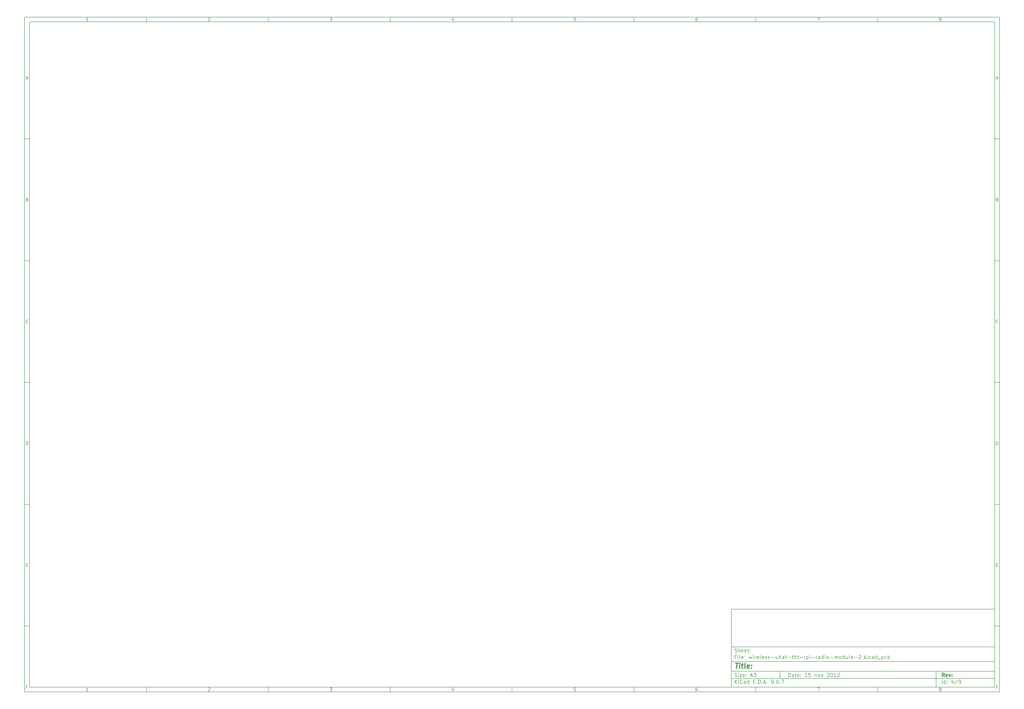
<source format=gbp>
G04 #@! TF.GenerationSoftware,KiCad,Pcbnew,9.0.7*
G04 #@! TF.CreationDate,2026-02-19T07:24:11-06:00*
G04 #@! TF.ProjectId,wireless-uhat-tht-rpi-radio-module-2,77697265-6c65-4737-932d-756861742d74,rev?*
G04 #@! TF.SameCoordinates,Original*
G04 #@! TF.FileFunction,Paste,Bot*
G04 #@! TF.FilePolarity,Positive*
%FSLAX46Y46*%
G04 Gerber Fmt 4.6, Leading zero omitted, Abs format (unit mm)*
G04 Created by KiCad (PCBNEW 9.0.7) date 2026-02-19 07:24:11*
%MOMM*%
%LPD*%
G01*
G04 APERTURE LIST*
%ADD10C,0.100000*%
%ADD11C,0.150000*%
%ADD12C,0.300000*%
%ADD13C,0.400000*%
G04 APERTURE END LIST*
D10*
D11*
X299989000Y-253002200D02*
X407989000Y-253002200D01*
X407989000Y-285002200D01*
X299989000Y-285002200D01*
X299989000Y-253002200D01*
D10*
D11*
X10000000Y-10000000D02*
X409989000Y-10000000D01*
X409989000Y-287002200D01*
X10000000Y-287002200D01*
X10000000Y-10000000D01*
D10*
D11*
X12000000Y-12000000D02*
X407989000Y-12000000D01*
X407989000Y-285002200D01*
X12000000Y-285002200D01*
X12000000Y-12000000D01*
D10*
D11*
X60000000Y-12000000D02*
X60000000Y-10000000D01*
D10*
D11*
X110000000Y-12000000D02*
X110000000Y-10000000D01*
D10*
D11*
X160000000Y-12000000D02*
X160000000Y-10000000D01*
D10*
D11*
X210000000Y-12000000D02*
X210000000Y-10000000D01*
D10*
D11*
X260000000Y-12000000D02*
X260000000Y-10000000D01*
D10*
D11*
X310000000Y-12000000D02*
X310000000Y-10000000D01*
D10*
D11*
X360000000Y-12000000D02*
X360000000Y-10000000D01*
D10*
D11*
X36089160Y-11593604D02*
X35346303Y-11593604D01*
X35717731Y-11593604D02*
X35717731Y-10293604D01*
X35717731Y-10293604D02*
X35593922Y-10479319D01*
X35593922Y-10479319D02*
X35470112Y-10603128D01*
X35470112Y-10603128D02*
X35346303Y-10665033D01*
D10*
D11*
X85346303Y-10417414D02*
X85408207Y-10355509D01*
X85408207Y-10355509D02*
X85532017Y-10293604D01*
X85532017Y-10293604D02*
X85841541Y-10293604D01*
X85841541Y-10293604D02*
X85965350Y-10355509D01*
X85965350Y-10355509D02*
X86027255Y-10417414D01*
X86027255Y-10417414D02*
X86089160Y-10541223D01*
X86089160Y-10541223D02*
X86089160Y-10665033D01*
X86089160Y-10665033D02*
X86027255Y-10850747D01*
X86027255Y-10850747D02*
X85284398Y-11593604D01*
X85284398Y-11593604D02*
X86089160Y-11593604D01*
D10*
D11*
X135284398Y-10293604D02*
X136089160Y-10293604D01*
X136089160Y-10293604D02*
X135655826Y-10788842D01*
X135655826Y-10788842D02*
X135841541Y-10788842D01*
X135841541Y-10788842D02*
X135965350Y-10850747D01*
X135965350Y-10850747D02*
X136027255Y-10912652D01*
X136027255Y-10912652D02*
X136089160Y-11036461D01*
X136089160Y-11036461D02*
X136089160Y-11345985D01*
X136089160Y-11345985D02*
X136027255Y-11469795D01*
X136027255Y-11469795D02*
X135965350Y-11531700D01*
X135965350Y-11531700D02*
X135841541Y-11593604D01*
X135841541Y-11593604D02*
X135470112Y-11593604D01*
X135470112Y-11593604D02*
X135346303Y-11531700D01*
X135346303Y-11531700D02*
X135284398Y-11469795D01*
D10*
D11*
X185965350Y-10726938D02*
X185965350Y-11593604D01*
X185655826Y-10231700D02*
X185346303Y-11160271D01*
X185346303Y-11160271D02*
X186151064Y-11160271D01*
D10*
D11*
X236027255Y-10293604D02*
X235408207Y-10293604D01*
X235408207Y-10293604D02*
X235346303Y-10912652D01*
X235346303Y-10912652D02*
X235408207Y-10850747D01*
X235408207Y-10850747D02*
X235532017Y-10788842D01*
X235532017Y-10788842D02*
X235841541Y-10788842D01*
X235841541Y-10788842D02*
X235965350Y-10850747D01*
X235965350Y-10850747D02*
X236027255Y-10912652D01*
X236027255Y-10912652D02*
X236089160Y-11036461D01*
X236089160Y-11036461D02*
X236089160Y-11345985D01*
X236089160Y-11345985D02*
X236027255Y-11469795D01*
X236027255Y-11469795D02*
X235965350Y-11531700D01*
X235965350Y-11531700D02*
X235841541Y-11593604D01*
X235841541Y-11593604D02*
X235532017Y-11593604D01*
X235532017Y-11593604D02*
X235408207Y-11531700D01*
X235408207Y-11531700D02*
X235346303Y-11469795D01*
D10*
D11*
X285965350Y-10293604D02*
X285717731Y-10293604D01*
X285717731Y-10293604D02*
X285593922Y-10355509D01*
X285593922Y-10355509D02*
X285532017Y-10417414D01*
X285532017Y-10417414D02*
X285408207Y-10603128D01*
X285408207Y-10603128D02*
X285346303Y-10850747D01*
X285346303Y-10850747D02*
X285346303Y-11345985D01*
X285346303Y-11345985D02*
X285408207Y-11469795D01*
X285408207Y-11469795D02*
X285470112Y-11531700D01*
X285470112Y-11531700D02*
X285593922Y-11593604D01*
X285593922Y-11593604D02*
X285841541Y-11593604D01*
X285841541Y-11593604D02*
X285965350Y-11531700D01*
X285965350Y-11531700D02*
X286027255Y-11469795D01*
X286027255Y-11469795D02*
X286089160Y-11345985D01*
X286089160Y-11345985D02*
X286089160Y-11036461D01*
X286089160Y-11036461D02*
X286027255Y-10912652D01*
X286027255Y-10912652D02*
X285965350Y-10850747D01*
X285965350Y-10850747D02*
X285841541Y-10788842D01*
X285841541Y-10788842D02*
X285593922Y-10788842D01*
X285593922Y-10788842D02*
X285470112Y-10850747D01*
X285470112Y-10850747D02*
X285408207Y-10912652D01*
X285408207Y-10912652D02*
X285346303Y-11036461D01*
D10*
D11*
X335284398Y-10293604D02*
X336151064Y-10293604D01*
X336151064Y-10293604D02*
X335593922Y-11593604D01*
D10*
D11*
X385593922Y-10850747D02*
X385470112Y-10788842D01*
X385470112Y-10788842D02*
X385408207Y-10726938D01*
X385408207Y-10726938D02*
X385346303Y-10603128D01*
X385346303Y-10603128D02*
X385346303Y-10541223D01*
X385346303Y-10541223D02*
X385408207Y-10417414D01*
X385408207Y-10417414D02*
X385470112Y-10355509D01*
X385470112Y-10355509D02*
X385593922Y-10293604D01*
X385593922Y-10293604D02*
X385841541Y-10293604D01*
X385841541Y-10293604D02*
X385965350Y-10355509D01*
X385965350Y-10355509D02*
X386027255Y-10417414D01*
X386027255Y-10417414D02*
X386089160Y-10541223D01*
X386089160Y-10541223D02*
X386089160Y-10603128D01*
X386089160Y-10603128D02*
X386027255Y-10726938D01*
X386027255Y-10726938D02*
X385965350Y-10788842D01*
X385965350Y-10788842D02*
X385841541Y-10850747D01*
X385841541Y-10850747D02*
X385593922Y-10850747D01*
X385593922Y-10850747D02*
X385470112Y-10912652D01*
X385470112Y-10912652D02*
X385408207Y-10974557D01*
X385408207Y-10974557D02*
X385346303Y-11098366D01*
X385346303Y-11098366D02*
X385346303Y-11345985D01*
X385346303Y-11345985D02*
X385408207Y-11469795D01*
X385408207Y-11469795D02*
X385470112Y-11531700D01*
X385470112Y-11531700D02*
X385593922Y-11593604D01*
X385593922Y-11593604D02*
X385841541Y-11593604D01*
X385841541Y-11593604D02*
X385965350Y-11531700D01*
X385965350Y-11531700D02*
X386027255Y-11469795D01*
X386027255Y-11469795D02*
X386089160Y-11345985D01*
X386089160Y-11345985D02*
X386089160Y-11098366D01*
X386089160Y-11098366D02*
X386027255Y-10974557D01*
X386027255Y-10974557D02*
X385965350Y-10912652D01*
X385965350Y-10912652D02*
X385841541Y-10850747D01*
D10*
D11*
X60000000Y-285002200D02*
X60000000Y-287002200D01*
D10*
D11*
X110000000Y-285002200D02*
X110000000Y-287002200D01*
D10*
D11*
X160000000Y-285002200D02*
X160000000Y-287002200D01*
D10*
D11*
X210000000Y-285002200D02*
X210000000Y-287002200D01*
D10*
D11*
X260000000Y-285002200D02*
X260000000Y-287002200D01*
D10*
D11*
X310000000Y-285002200D02*
X310000000Y-287002200D01*
D10*
D11*
X360000000Y-285002200D02*
X360000000Y-287002200D01*
D10*
D11*
X36089160Y-286595804D02*
X35346303Y-286595804D01*
X35717731Y-286595804D02*
X35717731Y-285295804D01*
X35717731Y-285295804D02*
X35593922Y-285481519D01*
X35593922Y-285481519D02*
X35470112Y-285605328D01*
X35470112Y-285605328D02*
X35346303Y-285667233D01*
D10*
D11*
X85346303Y-285419614D02*
X85408207Y-285357709D01*
X85408207Y-285357709D02*
X85532017Y-285295804D01*
X85532017Y-285295804D02*
X85841541Y-285295804D01*
X85841541Y-285295804D02*
X85965350Y-285357709D01*
X85965350Y-285357709D02*
X86027255Y-285419614D01*
X86027255Y-285419614D02*
X86089160Y-285543423D01*
X86089160Y-285543423D02*
X86089160Y-285667233D01*
X86089160Y-285667233D02*
X86027255Y-285852947D01*
X86027255Y-285852947D02*
X85284398Y-286595804D01*
X85284398Y-286595804D02*
X86089160Y-286595804D01*
D10*
D11*
X135284398Y-285295804D02*
X136089160Y-285295804D01*
X136089160Y-285295804D02*
X135655826Y-285791042D01*
X135655826Y-285791042D02*
X135841541Y-285791042D01*
X135841541Y-285791042D02*
X135965350Y-285852947D01*
X135965350Y-285852947D02*
X136027255Y-285914852D01*
X136027255Y-285914852D02*
X136089160Y-286038661D01*
X136089160Y-286038661D02*
X136089160Y-286348185D01*
X136089160Y-286348185D02*
X136027255Y-286471995D01*
X136027255Y-286471995D02*
X135965350Y-286533900D01*
X135965350Y-286533900D02*
X135841541Y-286595804D01*
X135841541Y-286595804D02*
X135470112Y-286595804D01*
X135470112Y-286595804D02*
X135346303Y-286533900D01*
X135346303Y-286533900D02*
X135284398Y-286471995D01*
D10*
D11*
X185965350Y-285729138D02*
X185965350Y-286595804D01*
X185655826Y-285233900D02*
X185346303Y-286162471D01*
X185346303Y-286162471D02*
X186151064Y-286162471D01*
D10*
D11*
X236027255Y-285295804D02*
X235408207Y-285295804D01*
X235408207Y-285295804D02*
X235346303Y-285914852D01*
X235346303Y-285914852D02*
X235408207Y-285852947D01*
X235408207Y-285852947D02*
X235532017Y-285791042D01*
X235532017Y-285791042D02*
X235841541Y-285791042D01*
X235841541Y-285791042D02*
X235965350Y-285852947D01*
X235965350Y-285852947D02*
X236027255Y-285914852D01*
X236027255Y-285914852D02*
X236089160Y-286038661D01*
X236089160Y-286038661D02*
X236089160Y-286348185D01*
X236089160Y-286348185D02*
X236027255Y-286471995D01*
X236027255Y-286471995D02*
X235965350Y-286533900D01*
X235965350Y-286533900D02*
X235841541Y-286595804D01*
X235841541Y-286595804D02*
X235532017Y-286595804D01*
X235532017Y-286595804D02*
X235408207Y-286533900D01*
X235408207Y-286533900D02*
X235346303Y-286471995D01*
D10*
D11*
X285965350Y-285295804D02*
X285717731Y-285295804D01*
X285717731Y-285295804D02*
X285593922Y-285357709D01*
X285593922Y-285357709D02*
X285532017Y-285419614D01*
X285532017Y-285419614D02*
X285408207Y-285605328D01*
X285408207Y-285605328D02*
X285346303Y-285852947D01*
X285346303Y-285852947D02*
X285346303Y-286348185D01*
X285346303Y-286348185D02*
X285408207Y-286471995D01*
X285408207Y-286471995D02*
X285470112Y-286533900D01*
X285470112Y-286533900D02*
X285593922Y-286595804D01*
X285593922Y-286595804D02*
X285841541Y-286595804D01*
X285841541Y-286595804D02*
X285965350Y-286533900D01*
X285965350Y-286533900D02*
X286027255Y-286471995D01*
X286027255Y-286471995D02*
X286089160Y-286348185D01*
X286089160Y-286348185D02*
X286089160Y-286038661D01*
X286089160Y-286038661D02*
X286027255Y-285914852D01*
X286027255Y-285914852D02*
X285965350Y-285852947D01*
X285965350Y-285852947D02*
X285841541Y-285791042D01*
X285841541Y-285791042D02*
X285593922Y-285791042D01*
X285593922Y-285791042D02*
X285470112Y-285852947D01*
X285470112Y-285852947D02*
X285408207Y-285914852D01*
X285408207Y-285914852D02*
X285346303Y-286038661D01*
D10*
D11*
X335284398Y-285295804D02*
X336151064Y-285295804D01*
X336151064Y-285295804D02*
X335593922Y-286595804D01*
D10*
D11*
X385593922Y-285852947D02*
X385470112Y-285791042D01*
X385470112Y-285791042D02*
X385408207Y-285729138D01*
X385408207Y-285729138D02*
X385346303Y-285605328D01*
X385346303Y-285605328D02*
X385346303Y-285543423D01*
X385346303Y-285543423D02*
X385408207Y-285419614D01*
X385408207Y-285419614D02*
X385470112Y-285357709D01*
X385470112Y-285357709D02*
X385593922Y-285295804D01*
X385593922Y-285295804D02*
X385841541Y-285295804D01*
X385841541Y-285295804D02*
X385965350Y-285357709D01*
X385965350Y-285357709D02*
X386027255Y-285419614D01*
X386027255Y-285419614D02*
X386089160Y-285543423D01*
X386089160Y-285543423D02*
X386089160Y-285605328D01*
X386089160Y-285605328D02*
X386027255Y-285729138D01*
X386027255Y-285729138D02*
X385965350Y-285791042D01*
X385965350Y-285791042D02*
X385841541Y-285852947D01*
X385841541Y-285852947D02*
X385593922Y-285852947D01*
X385593922Y-285852947D02*
X385470112Y-285914852D01*
X385470112Y-285914852D02*
X385408207Y-285976757D01*
X385408207Y-285976757D02*
X385346303Y-286100566D01*
X385346303Y-286100566D02*
X385346303Y-286348185D01*
X385346303Y-286348185D02*
X385408207Y-286471995D01*
X385408207Y-286471995D02*
X385470112Y-286533900D01*
X385470112Y-286533900D02*
X385593922Y-286595804D01*
X385593922Y-286595804D02*
X385841541Y-286595804D01*
X385841541Y-286595804D02*
X385965350Y-286533900D01*
X385965350Y-286533900D02*
X386027255Y-286471995D01*
X386027255Y-286471995D02*
X386089160Y-286348185D01*
X386089160Y-286348185D02*
X386089160Y-286100566D01*
X386089160Y-286100566D02*
X386027255Y-285976757D01*
X386027255Y-285976757D02*
X385965350Y-285914852D01*
X385965350Y-285914852D02*
X385841541Y-285852947D01*
D10*
D11*
X10000000Y-60000000D02*
X12000000Y-60000000D01*
D10*
D11*
X10000000Y-110000000D02*
X12000000Y-110000000D01*
D10*
D11*
X10000000Y-160000000D02*
X12000000Y-160000000D01*
D10*
D11*
X10000000Y-210000000D02*
X12000000Y-210000000D01*
D10*
D11*
X10000000Y-260000000D02*
X12000000Y-260000000D01*
D10*
D11*
X10690476Y-35222176D02*
X11309523Y-35222176D01*
X10566666Y-35593604D02*
X10999999Y-34293604D01*
X10999999Y-34293604D02*
X11433333Y-35593604D01*
D10*
D11*
X11092857Y-84912652D02*
X11278571Y-84974557D01*
X11278571Y-84974557D02*
X11340476Y-85036461D01*
X11340476Y-85036461D02*
X11402380Y-85160271D01*
X11402380Y-85160271D02*
X11402380Y-85345985D01*
X11402380Y-85345985D02*
X11340476Y-85469795D01*
X11340476Y-85469795D02*
X11278571Y-85531700D01*
X11278571Y-85531700D02*
X11154761Y-85593604D01*
X11154761Y-85593604D02*
X10659523Y-85593604D01*
X10659523Y-85593604D02*
X10659523Y-84293604D01*
X10659523Y-84293604D02*
X11092857Y-84293604D01*
X11092857Y-84293604D02*
X11216666Y-84355509D01*
X11216666Y-84355509D02*
X11278571Y-84417414D01*
X11278571Y-84417414D02*
X11340476Y-84541223D01*
X11340476Y-84541223D02*
X11340476Y-84665033D01*
X11340476Y-84665033D02*
X11278571Y-84788842D01*
X11278571Y-84788842D02*
X11216666Y-84850747D01*
X11216666Y-84850747D02*
X11092857Y-84912652D01*
X11092857Y-84912652D02*
X10659523Y-84912652D01*
D10*
D11*
X11402380Y-135469795D02*
X11340476Y-135531700D01*
X11340476Y-135531700D02*
X11154761Y-135593604D01*
X11154761Y-135593604D02*
X11030952Y-135593604D01*
X11030952Y-135593604D02*
X10845238Y-135531700D01*
X10845238Y-135531700D02*
X10721428Y-135407890D01*
X10721428Y-135407890D02*
X10659523Y-135284080D01*
X10659523Y-135284080D02*
X10597619Y-135036461D01*
X10597619Y-135036461D02*
X10597619Y-134850747D01*
X10597619Y-134850747D02*
X10659523Y-134603128D01*
X10659523Y-134603128D02*
X10721428Y-134479319D01*
X10721428Y-134479319D02*
X10845238Y-134355509D01*
X10845238Y-134355509D02*
X11030952Y-134293604D01*
X11030952Y-134293604D02*
X11154761Y-134293604D01*
X11154761Y-134293604D02*
X11340476Y-134355509D01*
X11340476Y-134355509D02*
X11402380Y-134417414D01*
D10*
D11*
X10659523Y-185593604D02*
X10659523Y-184293604D01*
X10659523Y-184293604D02*
X10969047Y-184293604D01*
X10969047Y-184293604D02*
X11154761Y-184355509D01*
X11154761Y-184355509D02*
X11278571Y-184479319D01*
X11278571Y-184479319D02*
X11340476Y-184603128D01*
X11340476Y-184603128D02*
X11402380Y-184850747D01*
X11402380Y-184850747D02*
X11402380Y-185036461D01*
X11402380Y-185036461D02*
X11340476Y-185284080D01*
X11340476Y-185284080D02*
X11278571Y-185407890D01*
X11278571Y-185407890D02*
X11154761Y-185531700D01*
X11154761Y-185531700D02*
X10969047Y-185593604D01*
X10969047Y-185593604D02*
X10659523Y-185593604D01*
D10*
D11*
X10721428Y-234912652D02*
X11154762Y-234912652D01*
X11340476Y-235593604D02*
X10721428Y-235593604D01*
X10721428Y-235593604D02*
X10721428Y-234293604D01*
X10721428Y-234293604D02*
X11340476Y-234293604D01*
D10*
D11*
X11185714Y-284912652D02*
X10752380Y-284912652D01*
X10752380Y-285593604D02*
X10752380Y-284293604D01*
X10752380Y-284293604D02*
X11371428Y-284293604D01*
D10*
D11*
X409989000Y-60000000D02*
X407989000Y-60000000D01*
D10*
D11*
X409989000Y-110000000D02*
X407989000Y-110000000D01*
D10*
D11*
X409989000Y-160000000D02*
X407989000Y-160000000D01*
D10*
D11*
X409989000Y-210000000D02*
X407989000Y-210000000D01*
D10*
D11*
X409989000Y-260000000D02*
X407989000Y-260000000D01*
D10*
D11*
X408679476Y-35222176D02*
X409298523Y-35222176D01*
X408555666Y-35593604D02*
X408988999Y-34293604D01*
X408988999Y-34293604D02*
X409422333Y-35593604D01*
D10*
D11*
X409081857Y-84912652D02*
X409267571Y-84974557D01*
X409267571Y-84974557D02*
X409329476Y-85036461D01*
X409329476Y-85036461D02*
X409391380Y-85160271D01*
X409391380Y-85160271D02*
X409391380Y-85345985D01*
X409391380Y-85345985D02*
X409329476Y-85469795D01*
X409329476Y-85469795D02*
X409267571Y-85531700D01*
X409267571Y-85531700D02*
X409143761Y-85593604D01*
X409143761Y-85593604D02*
X408648523Y-85593604D01*
X408648523Y-85593604D02*
X408648523Y-84293604D01*
X408648523Y-84293604D02*
X409081857Y-84293604D01*
X409081857Y-84293604D02*
X409205666Y-84355509D01*
X409205666Y-84355509D02*
X409267571Y-84417414D01*
X409267571Y-84417414D02*
X409329476Y-84541223D01*
X409329476Y-84541223D02*
X409329476Y-84665033D01*
X409329476Y-84665033D02*
X409267571Y-84788842D01*
X409267571Y-84788842D02*
X409205666Y-84850747D01*
X409205666Y-84850747D02*
X409081857Y-84912652D01*
X409081857Y-84912652D02*
X408648523Y-84912652D01*
D10*
D11*
X409391380Y-135469795D02*
X409329476Y-135531700D01*
X409329476Y-135531700D02*
X409143761Y-135593604D01*
X409143761Y-135593604D02*
X409019952Y-135593604D01*
X409019952Y-135593604D02*
X408834238Y-135531700D01*
X408834238Y-135531700D02*
X408710428Y-135407890D01*
X408710428Y-135407890D02*
X408648523Y-135284080D01*
X408648523Y-135284080D02*
X408586619Y-135036461D01*
X408586619Y-135036461D02*
X408586619Y-134850747D01*
X408586619Y-134850747D02*
X408648523Y-134603128D01*
X408648523Y-134603128D02*
X408710428Y-134479319D01*
X408710428Y-134479319D02*
X408834238Y-134355509D01*
X408834238Y-134355509D02*
X409019952Y-134293604D01*
X409019952Y-134293604D02*
X409143761Y-134293604D01*
X409143761Y-134293604D02*
X409329476Y-134355509D01*
X409329476Y-134355509D02*
X409391380Y-134417414D01*
D10*
D11*
X408648523Y-185593604D02*
X408648523Y-184293604D01*
X408648523Y-184293604D02*
X408958047Y-184293604D01*
X408958047Y-184293604D02*
X409143761Y-184355509D01*
X409143761Y-184355509D02*
X409267571Y-184479319D01*
X409267571Y-184479319D02*
X409329476Y-184603128D01*
X409329476Y-184603128D02*
X409391380Y-184850747D01*
X409391380Y-184850747D02*
X409391380Y-185036461D01*
X409391380Y-185036461D02*
X409329476Y-185284080D01*
X409329476Y-185284080D02*
X409267571Y-185407890D01*
X409267571Y-185407890D02*
X409143761Y-185531700D01*
X409143761Y-185531700D02*
X408958047Y-185593604D01*
X408958047Y-185593604D02*
X408648523Y-185593604D01*
D10*
D11*
X408710428Y-234912652D02*
X409143762Y-234912652D01*
X409329476Y-235593604D02*
X408710428Y-235593604D01*
X408710428Y-235593604D02*
X408710428Y-234293604D01*
X408710428Y-234293604D02*
X409329476Y-234293604D01*
D10*
D11*
X409174714Y-284912652D02*
X408741380Y-284912652D01*
X408741380Y-285593604D02*
X408741380Y-284293604D01*
X408741380Y-284293604D02*
X409360428Y-284293604D01*
D10*
D11*
X323444826Y-280788328D02*
X323444826Y-279288328D01*
X323444826Y-279288328D02*
X323801969Y-279288328D01*
X323801969Y-279288328D02*
X324016255Y-279359757D01*
X324016255Y-279359757D02*
X324159112Y-279502614D01*
X324159112Y-279502614D02*
X324230541Y-279645471D01*
X324230541Y-279645471D02*
X324301969Y-279931185D01*
X324301969Y-279931185D02*
X324301969Y-280145471D01*
X324301969Y-280145471D02*
X324230541Y-280431185D01*
X324230541Y-280431185D02*
X324159112Y-280574042D01*
X324159112Y-280574042D02*
X324016255Y-280716900D01*
X324016255Y-280716900D02*
X323801969Y-280788328D01*
X323801969Y-280788328D02*
X323444826Y-280788328D01*
X325587684Y-280788328D02*
X325587684Y-280002614D01*
X325587684Y-280002614D02*
X325516255Y-279859757D01*
X325516255Y-279859757D02*
X325373398Y-279788328D01*
X325373398Y-279788328D02*
X325087684Y-279788328D01*
X325087684Y-279788328D02*
X324944826Y-279859757D01*
X325587684Y-280716900D02*
X325444826Y-280788328D01*
X325444826Y-280788328D02*
X325087684Y-280788328D01*
X325087684Y-280788328D02*
X324944826Y-280716900D01*
X324944826Y-280716900D02*
X324873398Y-280574042D01*
X324873398Y-280574042D02*
X324873398Y-280431185D01*
X324873398Y-280431185D02*
X324944826Y-280288328D01*
X324944826Y-280288328D02*
X325087684Y-280216900D01*
X325087684Y-280216900D02*
X325444826Y-280216900D01*
X325444826Y-280216900D02*
X325587684Y-280145471D01*
X326087684Y-279788328D02*
X326659112Y-279788328D01*
X326301969Y-279288328D02*
X326301969Y-280574042D01*
X326301969Y-280574042D02*
X326373398Y-280716900D01*
X326373398Y-280716900D02*
X326516255Y-280788328D01*
X326516255Y-280788328D02*
X326659112Y-280788328D01*
X327730541Y-280716900D02*
X327587684Y-280788328D01*
X327587684Y-280788328D02*
X327301970Y-280788328D01*
X327301970Y-280788328D02*
X327159112Y-280716900D01*
X327159112Y-280716900D02*
X327087684Y-280574042D01*
X327087684Y-280574042D02*
X327087684Y-280002614D01*
X327087684Y-280002614D02*
X327159112Y-279859757D01*
X327159112Y-279859757D02*
X327301970Y-279788328D01*
X327301970Y-279788328D02*
X327587684Y-279788328D01*
X327587684Y-279788328D02*
X327730541Y-279859757D01*
X327730541Y-279859757D02*
X327801970Y-280002614D01*
X327801970Y-280002614D02*
X327801970Y-280145471D01*
X327801970Y-280145471D02*
X327087684Y-280288328D01*
X328444826Y-280645471D02*
X328516255Y-280716900D01*
X328516255Y-280716900D02*
X328444826Y-280788328D01*
X328444826Y-280788328D02*
X328373398Y-280716900D01*
X328373398Y-280716900D02*
X328444826Y-280645471D01*
X328444826Y-280645471D02*
X328444826Y-280788328D01*
X328444826Y-279859757D02*
X328516255Y-279931185D01*
X328516255Y-279931185D02*
X328444826Y-280002614D01*
X328444826Y-280002614D02*
X328373398Y-279931185D01*
X328373398Y-279931185D02*
X328444826Y-279859757D01*
X328444826Y-279859757D02*
X328444826Y-280002614D01*
X331087684Y-280788328D02*
X330230541Y-280788328D01*
X330659112Y-280788328D02*
X330659112Y-279288328D01*
X330659112Y-279288328D02*
X330516255Y-279502614D01*
X330516255Y-279502614D02*
X330373398Y-279645471D01*
X330373398Y-279645471D02*
X330230541Y-279716900D01*
X332444826Y-279288328D02*
X331730540Y-279288328D01*
X331730540Y-279288328D02*
X331659112Y-280002614D01*
X331659112Y-280002614D02*
X331730540Y-279931185D01*
X331730540Y-279931185D02*
X331873398Y-279859757D01*
X331873398Y-279859757D02*
X332230540Y-279859757D01*
X332230540Y-279859757D02*
X332373398Y-279931185D01*
X332373398Y-279931185D02*
X332444826Y-280002614D01*
X332444826Y-280002614D02*
X332516255Y-280145471D01*
X332516255Y-280145471D02*
X332516255Y-280502614D01*
X332516255Y-280502614D02*
X332444826Y-280645471D01*
X332444826Y-280645471D02*
X332373398Y-280716900D01*
X332373398Y-280716900D02*
X332230540Y-280788328D01*
X332230540Y-280788328D02*
X331873398Y-280788328D01*
X331873398Y-280788328D02*
X331730540Y-280716900D01*
X331730540Y-280716900D02*
X331659112Y-280645471D01*
X334301968Y-279788328D02*
X334301968Y-280788328D01*
X334301968Y-279931185D02*
X334373397Y-279859757D01*
X334373397Y-279859757D02*
X334516254Y-279788328D01*
X334516254Y-279788328D02*
X334730540Y-279788328D01*
X334730540Y-279788328D02*
X334873397Y-279859757D01*
X334873397Y-279859757D02*
X334944826Y-280002614D01*
X334944826Y-280002614D02*
X334944826Y-280788328D01*
X335873397Y-280788328D02*
X335730540Y-280716900D01*
X335730540Y-280716900D02*
X335659111Y-280645471D01*
X335659111Y-280645471D02*
X335587683Y-280502614D01*
X335587683Y-280502614D02*
X335587683Y-280074042D01*
X335587683Y-280074042D02*
X335659111Y-279931185D01*
X335659111Y-279931185D02*
X335730540Y-279859757D01*
X335730540Y-279859757D02*
X335873397Y-279788328D01*
X335873397Y-279788328D02*
X336087683Y-279788328D01*
X336087683Y-279788328D02*
X336230540Y-279859757D01*
X336230540Y-279859757D02*
X336301969Y-279931185D01*
X336301969Y-279931185D02*
X336373397Y-280074042D01*
X336373397Y-280074042D02*
X336373397Y-280502614D01*
X336373397Y-280502614D02*
X336301969Y-280645471D01*
X336301969Y-280645471D02*
X336230540Y-280716900D01*
X336230540Y-280716900D02*
X336087683Y-280788328D01*
X336087683Y-280788328D02*
X335873397Y-280788328D01*
X336873397Y-279788328D02*
X337230540Y-280788328D01*
X337230540Y-280788328D02*
X337587683Y-279788328D01*
X339230540Y-279431185D02*
X339301968Y-279359757D01*
X339301968Y-279359757D02*
X339444826Y-279288328D01*
X339444826Y-279288328D02*
X339801968Y-279288328D01*
X339801968Y-279288328D02*
X339944826Y-279359757D01*
X339944826Y-279359757D02*
X340016254Y-279431185D01*
X340016254Y-279431185D02*
X340087683Y-279574042D01*
X340087683Y-279574042D02*
X340087683Y-279716900D01*
X340087683Y-279716900D02*
X340016254Y-279931185D01*
X340016254Y-279931185D02*
X339159111Y-280788328D01*
X339159111Y-280788328D02*
X340087683Y-280788328D01*
X341016254Y-279288328D02*
X341159111Y-279288328D01*
X341159111Y-279288328D02*
X341301968Y-279359757D01*
X341301968Y-279359757D02*
X341373397Y-279431185D01*
X341373397Y-279431185D02*
X341444825Y-279574042D01*
X341444825Y-279574042D02*
X341516254Y-279859757D01*
X341516254Y-279859757D02*
X341516254Y-280216900D01*
X341516254Y-280216900D02*
X341444825Y-280502614D01*
X341444825Y-280502614D02*
X341373397Y-280645471D01*
X341373397Y-280645471D02*
X341301968Y-280716900D01*
X341301968Y-280716900D02*
X341159111Y-280788328D01*
X341159111Y-280788328D02*
X341016254Y-280788328D01*
X341016254Y-280788328D02*
X340873397Y-280716900D01*
X340873397Y-280716900D02*
X340801968Y-280645471D01*
X340801968Y-280645471D02*
X340730539Y-280502614D01*
X340730539Y-280502614D02*
X340659111Y-280216900D01*
X340659111Y-280216900D02*
X340659111Y-279859757D01*
X340659111Y-279859757D02*
X340730539Y-279574042D01*
X340730539Y-279574042D02*
X340801968Y-279431185D01*
X340801968Y-279431185D02*
X340873397Y-279359757D01*
X340873397Y-279359757D02*
X341016254Y-279288328D01*
X342944825Y-280788328D02*
X342087682Y-280788328D01*
X342516253Y-280788328D02*
X342516253Y-279288328D01*
X342516253Y-279288328D02*
X342373396Y-279502614D01*
X342373396Y-279502614D02*
X342230539Y-279645471D01*
X342230539Y-279645471D02*
X342087682Y-279716900D01*
X343516253Y-279431185D02*
X343587681Y-279359757D01*
X343587681Y-279359757D02*
X343730539Y-279288328D01*
X343730539Y-279288328D02*
X344087681Y-279288328D01*
X344087681Y-279288328D02*
X344230539Y-279359757D01*
X344230539Y-279359757D02*
X344301967Y-279431185D01*
X344301967Y-279431185D02*
X344373396Y-279574042D01*
X344373396Y-279574042D02*
X344373396Y-279716900D01*
X344373396Y-279716900D02*
X344301967Y-279931185D01*
X344301967Y-279931185D02*
X343444824Y-280788328D01*
X343444824Y-280788328D02*
X344373396Y-280788328D01*
D10*
D11*
X299989000Y-281502200D02*
X407989000Y-281502200D01*
D10*
D11*
X301444826Y-283588328D02*
X301444826Y-282088328D01*
X302301969Y-283588328D02*
X301659112Y-282731185D01*
X302301969Y-282088328D02*
X301444826Y-282945471D01*
X302944826Y-283588328D02*
X302944826Y-282588328D01*
X302944826Y-282088328D02*
X302873398Y-282159757D01*
X302873398Y-282159757D02*
X302944826Y-282231185D01*
X302944826Y-282231185D02*
X303016255Y-282159757D01*
X303016255Y-282159757D02*
X302944826Y-282088328D01*
X302944826Y-282088328D02*
X302944826Y-282231185D01*
X304516255Y-283445471D02*
X304444827Y-283516900D01*
X304444827Y-283516900D02*
X304230541Y-283588328D01*
X304230541Y-283588328D02*
X304087684Y-283588328D01*
X304087684Y-283588328D02*
X303873398Y-283516900D01*
X303873398Y-283516900D02*
X303730541Y-283374042D01*
X303730541Y-283374042D02*
X303659112Y-283231185D01*
X303659112Y-283231185D02*
X303587684Y-282945471D01*
X303587684Y-282945471D02*
X303587684Y-282731185D01*
X303587684Y-282731185D02*
X303659112Y-282445471D01*
X303659112Y-282445471D02*
X303730541Y-282302614D01*
X303730541Y-282302614D02*
X303873398Y-282159757D01*
X303873398Y-282159757D02*
X304087684Y-282088328D01*
X304087684Y-282088328D02*
X304230541Y-282088328D01*
X304230541Y-282088328D02*
X304444827Y-282159757D01*
X304444827Y-282159757D02*
X304516255Y-282231185D01*
X305801970Y-283588328D02*
X305801970Y-282802614D01*
X305801970Y-282802614D02*
X305730541Y-282659757D01*
X305730541Y-282659757D02*
X305587684Y-282588328D01*
X305587684Y-282588328D02*
X305301970Y-282588328D01*
X305301970Y-282588328D02*
X305159112Y-282659757D01*
X305801970Y-283516900D02*
X305659112Y-283588328D01*
X305659112Y-283588328D02*
X305301970Y-283588328D01*
X305301970Y-283588328D02*
X305159112Y-283516900D01*
X305159112Y-283516900D02*
X305087684Y-283374042D01*
X305087684Y-283374042D02*
X305087684Y-283231185D01*
X305087684Y-283231185D02*
X305159112Y-283088328D01*
X305159112Y-283088328D02*
X305301970Y-283016900D01*
X305301970Y-283016900D02*
X305659112Y-283016900D01*
X305659112Y-283016900D02*
X305801970Y-282945471D01*
X307159113Y-283588328D02*
X307159113Y-282088328D01*
X307159113Y-283516900D02*
X307016255Y-283588328D01*
X307016255Y-283588328D02*
X306730541Y-283588328D01*
X306730541Y-283588328D02*
X306587684Y-283516900D01*
X306587684Y-283516900D02*
X306516255Y-283445471D01*
X306516255Y-283445471D02*
X306444827Y-283302614D01*
X306444827Y-283302614D02*
X306444827Y-282874042D01*
X306444827Y-282874042D02*
X306516255Y-282731185D01*
X306516255Y-282731185D02*
X306587684Y-282659757D01*
X306587684Y-282659757D02*
X306730541Y-282588328D01*
X306730541Y-282588328D02*
X307016255Y-282588328D01*
X307016255Y-282588328D02*
X307159113Y-282659757D01*
X309016255Y-282802614D02*
X309516255Y-282802614D01*
X309730541Y-283588328D02*
X309016255Y-283588328D01*
X309016255Y-283588328D02*
X309016255Y-282088328D01*
X309016255Y-282088328D02*
X309730541Y-282088328D01*
X310373398Y-283445471D02*
X310444827Y-283516900D01*
X310444827Y-283516900D02*
X310373398Y-283588328D01*
X310373398Y-283588328D02*
X310301970Y-283516900D01*
X310301970Y-283516900D02*
X310373398Y-283445471D01*
X310373398Y-283445471D02*
X310373398Y-283588328D01*
X311087684Y-283588328D02*
X311087684Y-282088328D01*
X311087684Y-282088328D02*
X311444827Y-282088328D01*
X311444827Y-282088328D02*
X311659113Y-282159757D01*
X311659113Y-282159757D02*
X311801970Y-282302614D01*
X311801970Y-282302614D02*
X311873399Y-282445471D01*
X311873399Y-282445471D02*
X311944827Y-282731185D01*
X311944827Y-282731185D02*
X311944827Y-282945471D01*
X311944827Y-282945471D02*
X311873399Y-283231185D01*
X311873399Y-283231185D02*
X311801970Y-283374042D01*
X311801970Y-283374042D02*
X311659113Y-283516900D01*
X311659113Y-283516900D02*
X311444827Y-283588328D01*
X311444827Y-283588328D02*
X311087684Y-283588328D01*
X312587684Y-283445471D02*
X312659113Y-283516900D01*
X312659113Y-283516900D02*
X312587684Y-283588328D01*
X312587684Y-283588328D02*
X312516256Y-283516900D01*
X312516256Y-283516900D02*
X312587684Y-283445471D01*
X312587684Y-283445471D02*
X312587684Y-283588328D01*
X313230542Y-283159757D02*
X313944828Y-283159757D01*
X313087685Y-283588328D02*
X313587685Y-282088328D01*
X313587685Y-282088328D02*
X314087685Y-283588328D01*
X314587684Y-283445471D02*
X314659113Y-283516900D01*
X314659113Y-283516900D02*
X314587684Y-283588328D01*
X314587684Y-283588328D02*
X314516256Y-283516900D01*
X314516256Y-283516900D02*
X314587684Y-283445471D01*
X314587684Y-283445471D02*
X314587684Y-283588328D01*
X316516256Y-283588328D02*
X316801970Y-283588328D01*
X316801970Y-283588328D02*
X316944827Y-283516900D01*
X316944827Y-283516900D02*
X317016256Y-283445471D01*
X317016256Y-283445471D02*
X317159113Y-283231185D01*
X317159113Y-283231185D02*
X317230542Y-282945471D01*
X317230542Y-282945471D02*
X317230542Y-282374042D01*
X317230542Y-282374042D02*
X317159113Y-282231185D01*
X317159113Y-282231185D02*
X317087685Y-282159757D01*
X317087685Y-282159757D02*
X316944827Y-282088328D01*
X316944827Y-282088328D02*
X316659113Y-282088328D01*
X316659113Y-282088328D02*
X316516256Y-282159757D01*
X316516256Y-282159757D02*
X316444827Y-282231185D01*
X316444827Y-282231185D02*
X316373399Y-282374042D01*
X316373399Y-282374042D02*
X316373399Y-282731185D01*
X316373399Y-282731185D02*
X316444827Y-282874042D01*
X316444827Y-282874042D02*
X316516256Y-282945471D01*
X316516256Y-282945471D02*
X316659113Y-283016900D01*
X316659113Y-283016900D02*
X316944827Y-283016900D01*
X316944827Y-283016900D02*
X317087685Y-282945471D01*
X317087685Y-282945471D02*
X317159113Y-282874042D01*
X317159113Y-282874042D02*
X317230542Y-282731185D01*
X317873398Y-283445471D02*
X317944827Y-283516900D01*
X317944827Y-283516900D02*
X317873398Y-283588328D01*
X317873398Y-283588328D02*
X317801970Y-283516900D01*
X317801970Y-283516900D02*
X317873398Y-283445471D01*
X317873398Y-283445471D02*
X317873398Y-283588328D01*
X318873399Y-282088328D02*
X319016256Y-282088328D01*
X319016256Y-282088328D02*
X319159113Y-282159757D01*
X319159113Y-282159757D02*
X319230542Y-282231185D01*
X319230542Y-282231185D02*
X319301970Y-282374042D01*
X319301970Y-282374042D02*
X319373399Y-282659757D01*
X319373399Y-282659757D02*
X319373399Y-283016900D01*
X319373399Y-283016900D02*
X319301970Y-283302614D01*
X319301970Y-283302614D02*
X319230542Y-283445471D01*
X319230542Y-283445471D02*
X319159113Y-283516900D01*
X319159113Y-283516900D02*
X319016256Y-283588328D01*
X319016256Y-283588328D02*
X318873399Y-283588328D01*
X318873399Y-283588328D02*
X318730542Y-283516900D01*
X318730542Y-283516900D02*
X318659113Y-283445471D01*
X318659113Y-283445471D02*
X318587684Y-283302614D01*
X318587684Y-283302614D02*
X318516256Y-283016900D01*
X318516256Y-283016900D02*
X318516256Y-282659757D01*
X318516256Y-282659757D02*
X318587684Y-282374042D01*
X318587684Y-282374042D02*
X318659113Y-282231185D01*
X318659113Y-282231185D02*
X318730542Y-282159757D01*
X318730542Y-282159757D02*
X318873399Y-282088328D01*
X320016255Y-283445471D02*
X320087684Y-283516900D01*
X320087684Y-283516900D02*
X320016255Y-283588328D01*
X320016255Y-283588328D02*
X319944827Y-283516900D01*
X319944827Y-283516900D02*
X320016255Y-283445471D01*
X320016255Y-283445471D02*
X320016255Y-283588328D01*
X320587684Y-282088328D02*
X321587684Y-282088328D01*
X321587684Y-282088328D02*
X320944827Y-283588328D01*
D10*
D11*
X299989000Y-278502200D02*
X407989000Y-278502200D01*
D10*
D12*
X387400653Y-280780528D02*
X386900653Y-280066242D01*
X386543510Y-280780528D02*
X386543510Y-279280528D01*
X386543510Y-279280528D02*
X387114939Y-279280528D01*
X387114939Y-279280528D02*
X387257796Y-279351957D01*
X387257796Y-279351957D02*
X387329225Y-279423385D01*
X387329225Y-279423385D02*
X387400653Y-279566242D01*
X387400653Y-279566242D02*
X387400653Y-279780528D01*
X387400653Y-279780528D02*
X387329225Y-279923385D01*
X387329225Y-279923385D02*
X387257796Y-279994814D01*
X387257796Y-279994814D02*
X387114939Y-280066242D01*
X387114939Y-280066242D02*
X386543510Y-280066242D01*
X388614939Y-280709100D02*
X388472082Y-280780528D01*
X388472082Y-280780528D02*
X388186368Y-280780528D01*
X388186368Y-280780528D02*
X388043510Y-280709100D01*
X388043510Y-280709100D02*
X387972082Y-280566242D01*
X387972082Y-280566242D02*
X387972082Y-279994814D01*
X387972082Y-279994814D02*
X388043510Y-279851957D01*
X388043510Y-279851957D02*
X388186368Y-279780528D01*
X388186368Y-279780528D02*
X388472082Y-279780528D01*
X388472082Y-279780528D02*
X388614939Y-279851957D01*
X388614939Y-279851957D02*
X388686368Y-279994814D01*
X388686368Y-279994814D02*
X388686368Y-280137671D01*
X388686368Y-280137671D02*
X387972082Y-280280528D01*
X389186367Y-279780528D02*
X389543510Y-280780528D01*
X389543510Y-280780528D02*
X389900653Y-279780528D01*
X390472081Y-280637671D02*
X390543510Y-280709100D01*
X390543510Y-280709100D02*
X390472081Y-280780528D01*
X390472081Y-280780528D02*
X390400653Y-280709100D01*
X390400653Y-280709100D02*
X390472081Y-280637671D01*
X390472081Y-280637671D02*
X390472081Y-280780528D01*
X390472081Y-279851957D02*
X390543510Y-279923385D01*
X390543510Y-279923385D02*
X390472081Y-279994814D01*
X390472081Y-279994814D02*
X390400653Y-279923385D01*
X390400653Y-279923385D02*
X390472081Y-279851957D01*
X390472081Y-279851957D02*
X390472081Y-279994814D01*
D10*
D11*
X301373398Y-280716900D02*
X301587684Y-280788328D01*
X301587684Y-280788328D02*
X301944826Y-280788328D01*
X301944826Y-280788328D02*
X302087684Y-280716900D01*
X302087684Y-280716900D02*
X302159112Y-280645471D01*
X302159112Y-280645471D02*
X302230541Y-280502614D01*
X302230541Y-280502614D02*
X302230541Y-280359757D01*
X302230541Y-280359757D02*
X302159112Y-280216900D01*
X302159112Y-280216900D02*
X302087684Y-280145471D01*
X302087684Y-280145471D02*
X301944826Y-280074042D01*
X301944826Y-280074042D02*
X301659112Y-280002614D01*
X301659112Y-280002614D02*
X301516255Y-279931185D01*
X301516255Y-279931185D02*
X301444826Y-279859757D01*
X301444826Y-279859757D02*
X301373398Y-279716900D01*
X301373398Y-279716900D02*
X301373398Y-279574042D01*
X301373398Y-279574042D02*
X301444826Y-279431185D01*
X301444826Y-279431185D02*
X301516255Y-279359757D01*
X301516255Y-279359757D02*
X301659112Y-279288328D01*
X301659112Y-279288328D02*
X302016255Y-279288328D01*
X302016255Y-279288328D02*
X302230541Y-279359757D01*
X302873397Y-280788328D02*
X302873397Y-279788328D01*
X302873397Y-279288328D02*
X302801969Y-279359757D01*
X302801969Y-279359757D02*
X302873397Y-279431185D01*
X302873397Y-279431185D02*
X302944826Y-279359757D01*
X302944826Y-279359757D02*
X302873397Y-279288328D01*
X302873397Y-279288328D02*
X302873397Y-279431185D01*
X303444826Y-279788328D02*
X304230541Y-279788328D01*
X304230541Y-279788328D02*
X303444826Y-280788328D01*
X303444826Y-280788328D02*
X304230541Y-280788328D01*
X305373398Y-280716900D02*
X305230541Y-280788328D01*
X305230541Y-280788328D02*
X304944827Y-280788328D01*
X304944827Y-280788328D02*
X304801969Y-280716900D01*
X304801969Y-280716900D02*
X304730541Y-280574042D01*
X304730541Y-280574042D02*
X304730541Y-280002614D01*
X304730541Y-280002614D02*
X304801969Y-279859757D01*
X304801969Y-279859757D02*
X304944827Y-279788328D01*
X304944827Y-279788328D02*
X305230541Y-279788328D01*
X305230541Y-279788328D02*
X305373398Y-279859757D01*
X305373398Y-279859757D02*
X305444827Y-280002614D01*
X305444827Y-280002614D02*
X305444827Y-280145471D01*
X305444827Y-280145471D02*
X304730541Y-280288328D01*
X306087683Y-280645471D02*
X306159112Y-280716900D01*
X306159112Y-280716900D02*
X306087683Y-280788328D01*
X306087683Y-280788328D02*
X306016255Y-280716900D01*
X306016255Y-280716900D02*
X306087683Y-280645471D01*
X306087683Y-280645471D02*
X306087683Y-280788328D01*
X306087683Y-279859757D02*
X306159112Y-279931185D01*
X306159112Y-279931185D02*
X306087683Y-280002614D01*
X306087683Y-280002614D02*
X306016255Y-279931185D01*
X306016255Y-279931185D02*
X306087683Y-279859757D01*
X306087683Y-279859757D02*
X306087683Y-280002614D01*
X307873398Y-280359757D02*
X308587684Y-280359757D01*
X307730541Y-280788328D02*
X308230541Y-279288328D01*
X308230541Y-279288328D02*
X308730541Y-280788328D01*
X309087683Y-279288328D02*
X310016255Y-279288328D01*
X310016255Y-279288328D02*
X309516255Y-279859757D01*
X309516255Y-279859757D02*
X309730540Y-279859757D01*
X309730540Y-279859757D02*
X309873398Y-279931185D01*
X309873398Y-279931185D02*
X309944826Y-280002614D01*
X309944826Y-280002614D02*
X310016255Y-280145471D01*
X310016255Y-280145471D02*
X310016255Y-280502614D01*
X310016255Y-280502614D02*
X309944826Y-280645471D01*
X309944826Y-280645471D02*
X309873398Y-280716900D01*
X309873398Y-280716900D02*
X309730540Y-280788328D01*
X309730540Y-280788328D02*
X309301969Y-280788328D01*
X309301969Y-280788328D02*
X309159112Y-280716900D01*
X309159112Y-280716900D02*
X309087683Y-280645471D01*
D10*
D11*
X386444826Y-283588328D02*
X386444826Y-282088328D01*
X387801970Y-283588328D02*
X387801970Y-282088328D01*
X387801970Y-283516900D02*
X387659112Y-283588328D01*
X387659112Y-283588328D02*
X387373398Y-283588328D01*
X387373398Y-283588328D02*
X387230541Y-283516900D01*
X387230541Y-283516900D02*
X387159112Y-283445471D01*
X387159112Y-283445471D02*
X387087684Y-283302614D01*
X387087684Y-283302614D02*
X387087684Y-282874042D01*
X387087684Y-282874042D02*
X387159112Y-282731185D01*
X387159112Y-282731185D02*
X387230541Y-282659757D01*
X387230541Y-282659757D02*
X387373398Y-282588328D01*
X387373398Y-282588328D02*
X387659112Y-282588328D01*
X387659112Y-282588328D02*
X387801970Y-282659757D01*
X388516255Y-283445471D02*
X388587684Y-283516900D01*
X388587684Y-283516900D02*
X388516255Y-283588328D01*
X388516255Y-283588328D02*
X388444827Y-283516900D01*
X388444827Y-283516900D02*
X388516255Y-283445471D01*
X388516255Y-283445471D02*
X388516255Y-283588328D01*
X388516255Y-282659757D02*
X388587684Y-282731185D01*
X388587684Y-282731185D02*
X388516255Y-282802614D01*
X388516255Y-282802614D02*
X388444827Y-282731185D01*
X388444827Y-282731185D02*
X388516255Y-282659757D01*
X388516255Y-282659757D02*
X388516255Y-282802614D01*
X391016256Y-282588328D02*
X391016256Y-283588328D01*
X390659113Y-282016900D02*
X390301970Y-283088328D01*
X390301970Y-283088328D02*
X391230541Y-283088328D01*
X392873398Y-282016900D02*
X391587684Y-283945471D01*
X393444827Y-283588328D02*
X393730541Y-283588328D01*
X393730541Y-283588328D02*
X393873398Y-283516900D01*
X393873398Y-283516900D02*
X393944827Y-283445471D01*
X393944827Y-283445471D02*
X394087684Y-283231185D01*
X394087684Y-283231185D02*
X394159113Y-282945471D01*
X394159113Y-282945471D02*
X394159113Y-282374042D01*
X394159113Y-282374042D02*
X394087684Y-282231185D01*
X394087684Y-282231185D02*
X394016256Y-282159757D01*
X394016256Y-282159757D02*
X393873398Y-282088328D01*
X393873398Y-282088328D02*
X393587684Y-282088328D01*
X393587684Y-282088328D02*
X393444827Y-282159757D01*
X393444827Y-282159757D02*
X393373398Y-282231185D01*
X393373398Y-282231185D02*
X393301970Y-282374042D01*
X393301970Y-282374042D02*
X393301970Y-282731185D01*
X393301970Y-282731185D02*
X393373398Y-282874042D01*
X393373398Y-282874042D02*
X393444827Y-282945471D01*
X393444827Y-282945471D02*
X393587684Y-283016900D01*
X393587684Y-283016900D02*
X393873398Y-283016900D01*
X393873398Y-283016900D02*
X394016256Y-282945471D01*
X394016256Y-282945471D02*
X394087684Y-282874042D01*
X394087684Y-282874042D02*
X394159113Y-282731185D01*
D10*
D11*
X299989000Y-274502200D02*
X407989000Y-274502200D01*
D10*
D13*
X301680728Y-275206638D02*
X302823585Y-275206638D01*
X302002157Y-277206638D02*
X302252157Y-275206638D01*
X303240252Y-277206638D02*
X303406919Y-275873304D01*
X303490252Y-275206638D02*
X303383109Y-275301876D01*
X303383109Y-275301876D02*
X303466443Y-275397114D01*
X303466443Y-275397114D02*
X303573586Y-275301876D01*
X303573586Y-275301876D02*
X303490252Y-275206638D01*
X303490252Y-275206638D02*
X303466443Y-275397114D01*
X304073586Y-275873304D02*
X304835490Y-275873304D01*
X304442633Y-275206638D02*
X304228348Y-276920923D01*
X304228348Y-276920923D02*
X304299776Y-277111400D01*
X304299776Y-277111400D02*
X304478348Y-277206638D01*
X304478348Y-277206638D02*
X304668824Y-277206638D01*
X305621205Y-277206638D02*
X305442633Y-277111400D01*
X305442633Y-277111400D02*
X305371205Y-276920923D01*
X305371205Y-276920923D02*
X305585490Y-275206638D01*
X307156919Y-277111400D02*
X306954538Y-277206638D01*
X306954538Y-277206638D02*
X306573585Y-277206638D01*
X306573585Y-277206638D02*
X306395014Y-277111400D01*
X306395014Y-277111400D02*
X306323585Y-276920923D01*
X306323585Y-276920923D02*
X306418824Y-276159019D01*
X306418824Y-276159019D02*
X306537871Y-275968542D01*
X306537871Y-275968542D02*
X306740252Y-275873304D01*
X306740252Y-275873304D02*
X307121204Y-275873304D01*
X307121204Y-275873304D02*
X307299776Y-275968542D01*
X307299776Y-275968542D02*
X307371204Y-276159019D01*
X307371204Y-276159019D02*
X307347395Y-276349495D01*
X307347395Y-276349495D02*
X306371204Y-276539971D01*
X308121205Y-277016161D02*
X308204538Y-277111400D01*
X308204538Y-277111400D02*
X308097395Y-277206638D01*
X308097395Y-277206638D02*
X308014062Y-277111400D01*
X308014062Y-277111400D02*
X308121205Y-277016161D01*
X308121205Y-277016161D02*
X308097395Y-277206638D01*
X308252157Y-275968542D02*
X308335490Y-276063780D01*
X308335490Y-276063780D02*
X308228348Y-276159019D01*
X308228348Y-276159019D02*
X308145014Y-276063780D01*
X308145014Y-276063780D02*
X308252157Y-275968542D01*
X308252157Y-275968542D02*
X308228348Y-276159019D01*
D10*
D11*
X301944826Y-272602614D02*
X301444826Y-272602614D01*
X301444826Y-273388328D02*
X301444826Y-271888328D01*
X301444826Y-271888328D02*
X302159112Y-271888328D01*
X302730540Y-273388328D02*
X302730540Y-272388328D01*
X302730540Y-271888328D02*
X302659112Y-271959757D01*
X302659112Y-271959757D02*
X302730540Y-272031185D01*
X302730540Y-272031185D02*
X302801969Y-271959757D01*
X302801969Y-271959757D02*
X302730540Y-271888328D01*
X302730540Y-271888328D02*
X302730540Y-272031185D01*
X303659112Y-273388328D02*
X303516255Y-273316900D01*
X303516255Y-273316900D02*
X303444826Y-273174042D01*
X303444826Y-273174042D02*
X303444826Y-271888328D01*
X304801969Y-273316900D02*
X304659112Y-273388328D01*
X304659112Y-273388328D02*
X304373398Y-273388328D01*
X304373398Y-273388328D02*
X304230540Y-273316900D01*
X304230540Y-273316900D02*
X304159112Y-273174042D01*
X304159112Y-273174042D02*
X304159112Y-272602614D01*
X304159112Y-272602614D02*
X304230540Y-272459757D01*
X304230540Y-272459757D02*
X304373398Y-272388328D01*
X304373398Y-272388328D02*
X304659112Y-272388328D01*
X304659112Y-272388328D02*
X304801969Y-272459757D01*
X304801969Y-272459757D02*
X304873398Y-272602614D01*
X304873398Y-272602614D02*
X304873398Y-272745471D01*
X304873398Y-272745471D02*
X304159112Y-272888328D01*
X305516254Y-273245471D02*
X305587683Y-273316900D01*
X305587683Y-273316900D02*
X305516254Y-273388328D01*
X305516254Y-273388328D02*
X305444826Y-273316900D01*
X305444826Y-273316900D02*
X305516254Y-273245471D01*
X305516254Y-273245471D02*
X305516254Y-273388328D01*
X305516254Y-272459757D02*
X305587683Y-272531185D01*
X305587683Y-272531185D02*
X305516254Y-272602614D01*
X305516254Y-272602614D02*
X305444826Y-272531185D01*
X305444826Y-272531185D02*
X305516254Y-272459757D01*
X305516254Y-272459757D02*
X305516254Y-272602614D01*
X307230540Y-272388328D02*
X307516255Y-273388328D01*
X307516255Y-273388328D02*
X307801969Y-272674042D01*
X307801969Y-272674042D02*
X308087683Y-273388328D01*
X308087683Y-273388328D02*
X308373397Y-272388328D01*
X308944826Y-273388328D02*
X308944826Y-272388328D01*
X308944826Y-271888328D02*
X308873398Y-271959757D01*
X308873398Y-271959757D02*
X308944826Y-272031185D01*
X308944826Y-272031185D02*
X309016255Y-271959757D01*
X309016255Y-271959757D02*
X308944826Y-271888328D01*
X308944826Y-271888328D02*
X308944826Y-272031185D01*
X309659112Y-273388328D02*
X309659112Y-272388328D01*
X309659112Y-272674042D02*
X309730541Y-272531185D01*
X309730541Y-272531185D02*
X309801970Y-272459757D01*
X309801970Y-272459757D02*
X309944827Y-272388328D01*
X309944827Y-272388328D02*
X310087684Y-272388328D01*
X311159112Y-273316900D02*
X311016255Y-273388328D01*
X311016255Y-273388328D02*
X310730541Y-273388328D01*
X310730541Y-273388328D02*
X310587683Y-273316900D01*
X310587683Y-273316900D02*
X310516255Y-273174042D01*
X310516255Y-273174042D02*
X310516255Y-272602614D01*
X310516255Y-272602614D02*
X310587683Y-272459757D01*
X310587683Y-272459757D02*
X310730541Y-272388328D01*
X310730541Y-272388328D02*
X311016255Y-272388328D01*
X311016255Y-272388328D02*
X311159112Y-272459757D01*
X311159112Y-272459757D02*
X311230541Y-272602614D01*
X311230541Y-272602614D02*
X311230541Y-272745471D01*
X311230541Y-272745471D02*
X310516255Y-272888328D01*
X312087683Y-273388328D02*
X311944826Y-273316900D01*
X311944826Y-273316900D02*
X311873397Y-273174042D01*
X311873397Y-273174042D02*
X311873397Y-271888328D01*
X313230540Y-273316900D02*
X313087683Y-273388328D01*
X313087683Y-273388328D02*
X312801969Y-273388328D01*
X312801969Y-273388328D02*
X312659111Y-273316900D01*
X312659111Y-273316900D02*
X312587683Y-273174042D01*
X312587683Y-273174042D02*
X312587683Y-272602614D01*
X312587683Y-272602614D02*
X312659111Y-272459757D01*
X312659111Y-272459757D02*
X312801969Y-272388328D01*
X312801969Y-272388328D02*
X313087683Y-272388328D01*
X313087683Y-272388328D02*
X313230540Y-272459757D01*
X313230540Y-272459757D02*
X313301969Y-272602614D01*
X313301969Y-272602614D02*
X313301969Y-272745471D01*
X313301969Y-272745471D02*
X312587683Y-272888328D01*
X313873397Y-273316900D02*
X314016254Y-273388328D01*
X314016254Y-273388328D02*
X314301968Y-273388328D01*
X314301968Y-273388328D02*
X314444825Y-273316900D01*
X314444825Y-273316900D02*
X314516254Y-273174042D01*
X314516254Y-273174042D02*
X314516254Y-273102614D01*
X314516254Y-273102614D02*
X314444825Y-272959757D01*
X314444825Y-272959757D02*
X314301968Y-272888328D01*
X314301968Y-272888328D02*
X314087683Y-272888328D01*
X314087683Y-272888328D02*
X313944825Y-272816900D01*
X313944825Y-272816900D02*
X313873397Y-272674042D01*
X313873397Y-272674042D02*
X313873397Y-272602614D01*
X313873397Y-272602614D02*
X313944825Y-272459757D01*
X313944825Y-272459757D02*
X314087683Y-272388328D01*
X314087683Y-272388328D02*
X314301968Y-272388328D01*
X314301968Y-272388328D02*
X314444825Y-272459757D01*
X315087683Y-273316900D02*
X315230540Y-273388328D01*
X315230540Y-273388328D02*
X315516254Y-273388328D01*
X315516254Y-273388328D02*
X315659111Y-273316900D01*
X315659111Y-273316900D02*
X315730540Y-273174042D01*
X315730540Y-273174042D02*
X315730540Y-273102614D01*
X315730540Y-273102614D02*
X315659111Y-272959757D01*
X315659111Y-272959757D02*
X315516254Y-272888328D01*
X315516254Y-272888328D02*
X315301969Y-272888328D01*
X315301969Y-272888328D02*
X315159111Y-272816900D01*
X315159111Y-272816900D02*
X315087683Y-272674042D01*
X315087683Y-272674042D02*
X315087683Y-272602614D01*
X315087683Y-272602614D02*
X315159111Y-272459757D01*
X315159111Y-272459757D02*
X315301969Y-272388328D01*
X315301969Y-272388328D02*
X315516254Y-272388328D01*
X315516254Y-272388328D02*
X315659111Y-272459757D01*
X316373397Y-272816900D02*
X317516255Y-272816900D01*
X318873398Y-272388328D02*
X318873398Y-273388328D01*
X318230540Y-272388328D02*
X318230540Y-273174042D01*
X318230540Y-273174042D02*
X318301969Y-273316900D01*
X318301969Y-273316900D02*
X318444826Y-273388328D01*
X318444826Y-273388328D02*
X318659112Y-273388328D01*
X318659112Y-273388328D02*
X318801969Y-273316900D01*
X318801969Y-273316900D02*
X318873398Y-273245471D01*
X319587683Y-273388328D02*
X319587683Y-271888328D01*
X320230541Y-273388328D02*
X320230541Y-272602614D01*
X320230541Y-272602614D02*
X320159112Y-272459757D01*
X320159112Y-272459757D02*
X320016255Y-272388328D01*
X320016255Y-272388328D02*
X319801969Y-272388328D01*
X319801969Y-272388328D02*
X319659112Y-272459757D01*
X319659112Y-272459757D02*
X319587683Y-272531185D01*
X321587684Y-273388328D02*
X321587684Y-272602614D01*
X321587684Y-272602614D02*
X321516255Y-272459757D01*
X321516255Y-272459757D02*
X321373398Y-272388328D01*
X321373398Y-272388328D02*
X321087684Y-272388328D01*
X321087684Y-272388328D02*
X320944826Y-272459757D01*
X321587684Y-273316900D02*
X321444826Y-273388328D01*
X321444826Y-273388328D02*
X321087684Y-273388328D01*
X321087684Y-273388328D02*
X320944826Y-273316900D01*
X320944826Y-273316900D02*
X320873398Y-273174042D01*
X320873398Y-273174042D02*
X320873398Y-273031185D01*
X320873398Y-273031185D02*
X320944826Y-272888328D01*
X320944826Y-272888328D02*
X321087684Y-272816900D01*
X321087684Y-272816900D02*
X321444826Y-272816900D01*
X321444826Y-272816900D02*
X321587684Y-272745471D01*
X322087684Y-272388328D02*
X322659112Y-272388328D01*
X322301969Y-271888328D02*
X322301969Y-273174042D01*
X322301969Y-273174042D02*
X322373398Y-273316900D01*
X322373398Y-273316900D02*
X322516255Y-273388328D01*
X322516255Y-273388328D02*
X322659112Y-273388328D01*
X323159112Y-272816900D02*
X324301970Y-272816900D01*
X324801970Y-272388328D02*
X325373398Y-272388328D01*
X325016255Y-271888328D02*
X325016255Y-273174042D01*
X325016255Y-273174042D02*
X325087684Y-273316900D01*
X325087684Y-273316900D02*
X325230541Y-273388328D01*
X325230541Y-273388328D02*
X325373398Y-273388328D01*
X325873398Y-273388328D02*
X325873398Y-271888328D01*
X326516256Y-273388328D02*
X326516256Y-272602614D01*
X326516256Y-272602614D02*
X326444827Y-272459757D01*
X326444827Y-272459757D02*
X326301970Y-272388328D01*
X326301970Y-272388328D02*
X326087684Y-272388328D01*
X326087684Y-272388328D02*
X325944827Y-272459757D01*
X325944827Y-272459757D02*
X325873398Y-272531185D01*
X327016256Y-272388328D02*
X327587684Y-272388328D01*
X327230541Y-271888328D02*
X327230541Y-273174042D01*
X327230541Y-273174042D02*
X327301970Y-273316900D01*
X327301970Y-273316900D02*
X327444827Y-273388328D01*
X327444827Y-273388328D02*
X327587684Y-273388328D01*
X328087684Y-272816900D02*
X329230542Y-272816900D01*
X329944827Y-273388328D02*
X329944827Y-272388328D01*
X329944827Y-272674042D02*
X330016256Y-272531185D01*
X330016256Y-272531185D02*
X330087685Y-272459757D01*
X330087685Y-272459757D02*
X330230542Y-272388328D01*
X330230542Y-272388328D02*
X330373399Y-272388328D01*
X330873398Y-272388328D02*
X330873398Y-273888328D01*
X330873398Y-272459757D02*
X331016256Y-272388328D01*
X331016256Y-272388328D02*
X331301970Y-272388328D01*
X331301970Y-272388328D02*
X331444827Y-272459757D01*
X331444827Y-272459757D02*
X331516256Y-272531185D01*
X331516256Y-272531185D02*
X331587684Y-272674042D01*
X331587684Y-272674042D02*
X331587684Y-273102614D01*
X331587684Y-273102614D02*
X331516256Y-273245471D01*
X331516256Y-273245471D02*
X331444827Y-273316900D01*
X331444827Y-273316900D02*
X331301970Y-273388328D01*
X331301970Y-273388328D02*
X331016256Y-273388328D01*
X331016256Y-273388328D02*
X330873398Y-273316900D01*
X332230541Y-273388328D02*
X332230541Y-272388328D01*
X332230541Y-271888328D02*
X332159113Y-271959757D01*
X332159113Y-271959757D02*
X332230541Y-272031185D01*
X332230541Y-272031185D02*
X332301970Y-271959757D01*
X332301970Y-271959757D02*
X332230541Y-271888328D01*
X332230541Y-271888328D02*
X332230541Y-272031185D01*
X332944827Y-272816900D02*
X334087685Y-272816900D01*
X334801970Y-273388328D02*
X334801970Y-272388328D01*
X334801970Y-272674042D02*
X334873399Y-272531185D01*
X334873399Y-272531185D02*
X334944828Y-272459757D01*
X334944828Y-272459757D02*
X335087685Y-272388328D01*
X335087685Y-272388328D02*
X335230542Y-272388328D01*
X336373399Y-273388328D02*
X336373399Y-272602614D01*
X336373399Y-272602614D02*
X336301970Y-272459757D01*
X336301970Y-272459757D02*
X336159113Y-272388328D01*
X336159113Y-272388328D02*
X335873399Y-272388328D01*
X335873399Y-272388328D02*
X335730541Y-272459757D01*
X336373399Y-273316900D02*
X336230541Y-273388328D01*
X336230541Y-273388328D02*
X335873399Y-273388328D01*
X335873399Y-273388328D02*
X335730541Y-273316900D01*
X335730541Y-273316900D02*
X335659113Y-273174042D01*
X335659113Y-273174042D02*
X335659113Y-273031185D01*
X335659113Y-273031185D02*
X335730541Y-272888328D01*
X335730541Y-272888328D02*
X335873399Y-272816900D01*
X335873399Y-272816900D02*
X336230541Y-272816900D01*
X336230541Y-272816900D02*
X336373399Y-272745471D01*
X337730542Y-273388328D02*
X337730542Y-271888328D01*
X337730542Y-273316900D02*
X337587684Y-273388328D01*
X337587684Y-273388328D02*
X337301970Y-273388328D01*
X337301970Y-273388328D02*
X337159113Y-273316900D01*
X337159113Y-273316900D02*
X337087684Y-273245471D01*
X337087684Y-273245471D02*
X337016256Y-273102614D01*
X337016256Y-273102614D02*
X337016256Y-272674042D01*
X337016256Y-272674042D02*
X337087684Y-272531185D01*
X337087684Y-272531185D02*
X337159113Y-272459757D01*
X337159113Y-272459757D02*
X337301970Y-272388328D01*
X337301970Y-272388328D02*
X337587684Y-272388328D01*
X337587684Y-272388328D02*
X337730542Y-272459757D01*
X338444827Y-273388328D02*
X338444827Y-272388328D01*
X338444827Y-271888328D02*
X338373399Y-271959757D01*
X338373399Y-271959757D02*
X338444827Y-272031185D01*
X338444827Y-272031185D02*
X338516256Y-271959757D01*
X338516256Y-271959757D02*
X338444827Y-271888328D01*
X338444827Y-271888328D02*
X338444827Y-272031185D01*
X339373399Y-273388328D02*
X339230542Y-273316900D01*
X339230542Y-273316900D02*
X339159113Y-273245471D01*
X339159113Y-273245471D02*
X339087685Y-273102614D01*
X339087685Y-273102614D02*
X339087685Y-272674042D01*
X339087685Y-272674042D02*
X339159113Y-272531185D01*
X339159113Y-272531185D02*
X339230542Y-272459757D01*
X339230542Y-272459757D02*
X339373399Y-272388328D01*
X339373399Y-272388328D02*
X339587685Y-272388328D01*
X339587685Y-272388328D02*
X339730542Y-272459757D01*
X339730542Y-272459757D02*
X339801971Y-272531185D01*
X339801971Y-272531185D02*
X339873399Y-272674042D01*
X339873399Y-272674042D02*
X339873399Y-273102614D01*
X339873399Y-273102614D02*
X339801971Y-273245471D01*
X339801971Y-273245471D02*
X339730542Y-273316900D01*
X339730542Y-273316900D02*
X339587685Y-273388328D01*
X339587685Y-273388328D02*
X339373399Y-273388328D01*
X340516256Y-272816900D02*
X341659114Y-272816900D01*
X342373399Y-273388328D02*
X342373399Y-272388328D01*
X342373399Y-272531185D02*
X342444828Y-272459757D01*
X342444828Y-272459757D02*
X342587685Y-272388328D01*
X342587685Y-272388328D02*
X342801971Y-272388328D01*
X342801971Y-272388328D02*
X342944828Y-272459757D01*
X342944828Y-272459757D02*
X343016257Y-272602614D01*
X343016257Y-272602614D02*
X343016257Y-273388328D01*
X343016257Y-272602614D02*
X343087685Y-272459757D01*
X343087685Y-272459757D02*
X343230542Y-272388328D01*
X343230542Y-272388328D02*
X343444828Y-272388328D01*
X343444828Y-272388328D02*
X343587685Y-272459757D01*
X343587685Y-272459757D02*
X343659114Y-272602614D01*
X343659114Y-272602614D02*
X343659114Y-273388328D01*
X344587685Y-273388328D02*
X344444828Y-273316900D01*
X344444828Y-273316900D02*
X344373399Y-273245471D01*
X344373399Y-273245471D02*
X344301971Y-273102614D01*
X344301971Y-273102614D02*
X344301971Y-272674042D01*
X344301971Y-272674042D02*
X344373399Y-272531185D01*
X344373399Y-272531185D02*
X344444828Y-272459757D01*
X344444828Y-272459757D02*
X344587685Y-272388328D01*
X344587685Y-272388328D02*
X344801971Y-272388328D01*
X344801971Y-272388328D02*
X344944828Y-272459757D01*
X344944828Y-272459757D02*
X345016257Y-272531185D01*
X345016257Y-272531185D02*
X345087685Y-272674042D01*
X345087685Y-272674042D02*
X345087685Y-273102614D01*
X345087685Y-273102614D02*
X345016257Y-273245471D01*
X345016257Y-273245471D02*
X344944828Y-273316900D01*
X344944828Y-273316900D02*
X344801971Y-273388328D01*
X344801971Y-273388328D02*
X344587685Y-273388328D01*
X346373400Y-273388328D02*
X346373400Y-271888328D01*
X346373400Y-273316900D02*
X346230542Y-273388328D01*
X346230542Y-273388328D02*
X345944828Y-273388328D01*
X345944828Y-273388328D02*
X345801971Y-273316900D01*
X345801971Y-273316900D02*
X345730542Y-273245471D01*
X345730542Y-273245471D02*
X345659114Y-273102614D01*
X345659114Y-273102614D02*
X345659114Y-272674042D01*
X345659114Y-272674042D02*
X345730542Y-272531185D01*
X345730542Y-272531185D02*
X345801971Y-272459757D01*
X345801971Y-272459757D02*
X345944828Y-272388328D01*
X345944828Y-272388328D02*
X346230542Y-272388328D01*
X346230542Y-272388328D02*
X346373400Y-272459757D01*
X347730543Y-272388328D02*
X347730543Y-273388328D01*
X347087685Y-272388328D02*
X347087685Y-273174042D01*
X347087685Y-273174042D02*
X347159114Y-273316900D01*
X347159114Y-273316900D02*
X347301971Y-273388328D01*
X347301971Y-273388328D02*
X347516257Y-273388328D01*
X347516257Y-273388328D02*
X347659114Y-273316900D01*
X347659114Y-273316900D02*
X347730543Y-273245471D01*
X348659114Y-273388328D02*
X348516257Y-273316900D01*
X348516257Y-273316900D02*
X348444828Y-273174042D01*
X348444828Y-273174042D02*
X348444828Y-271888328D01*
X349801971Y-273316900D02*
X349659114Y-273388328D01*
X349659114Y-273388328D02*
X349373400Y-273388328D01*
X349373400Y-273388328D02*
X349230542Y-273316900D01*
X349230542Y-273316900D02*
X349159114Y-273174042D01*
X349159114Y-273174042D02*
X349159114Y-272602614D01*
X349159114Y-272602614D02*
X349230542Y-272459757D01*
X349230542Y-272459757D02*
X349373400Y-272388328D01*
X349373400Y-272388328D02*
X349659114Y-272388328D01*
X349659114Y-272388328D02*
X349801971Y-272459757D01*
X349801971Y-272459757D02*
X349873400Y-272602614D01*
X349873400Y-272602614D02*
X349873400Y-272745471D01*
X349873400Y-272745471D02*
X349159114Y-272888328D01*
X350516256Y-272816900D02*
X351659114Y-272816900D01*
X352301971Y-272031185D02*
X352373399Y-271959757D01*
X352373399Y-271959757D02*
X352516257Y-271888328D01*
X352516257Y-271888328D02*
X352873399Y-271888328D01*
X352873399Y-271888328D02*
X353016257Y-271959757D01*
X353016257Y-271959757D02*
X353087685Y-272031185D01*
X353087685Y-272031185D02*
X353159114Y-272174042D01*
X353159114Y-272174042D02*
X353159114Y-272316900D01*
X353159114Y-272316900D02*
X353087685Y-272531185D01*
X353087685Y-272531185D02*
X352230542Y-273388328D01*
X352230542Y-273388328D02*
X353159114Y-273388328D01*
X353801970Y-273245471D02*
X353873399Y-273316900D01*
X353873399Y-273316900D02*
X353801970Y-273388328D01*
X353801970Y-273388328D02*
X353730542Y-273316900D01*
X353730542Y-273316900D02*
X353801970Y-273245471D01*
X353801970Y-273245471D02*
X353801970Y-273388328D01*
X354516256Y-273388328D02*
X354516256Y-271888328D01*
X354659114Y-272816900D02*
X355087685Y-273388328D01*
X355087685Y-272388328D02*
X354516256Y-272959757D01*
X355730542Y-273388328D02*
X355730542Y-272388328D01*
X355730542Y-271888328D02*
X355659114Y-271959757D01*
X355659114Y-271959757D02*
X355730542Y-272031185D01*
X355730542Y-272031185D02*
X355801971Y-271959757D01*
X355801971Y-271959757D02*
X355730542Y-271888328D01*
X355730542Y-271888328D02*
X355730542Y-272031185D01*
X357087686Y-273316900D02*
X356944828Y-273388328D01*
X356944828Y-273388328D02*
X356659114Y-273388328D01*
X356659114Y-273388328D02*
X356516257Y-273316900D01*
X356516257Y-273316900D02*
X356444828Y-273245471D01*
X356444828Y-273245471D02*
X356373400Y-273102614D01*
X356373400Y-273102614D02*
X356373400Y-272674042D01*
X356373400Y-272674042D02*
X356444828Y-272531185D01*
X356444828Y-272531185D02*
X356516257Y-272459757D01*
X356516257Y-272459757D02*
X356659114Y-272388328D01*
X356659114Y-272388328D02*
X356944828Y-272388328D01*
X356944828Y-272388328D02*
X357087686Y-272459757D01*
X358373400Y-273388328D02*
X358373400Y-272602614D01*
X358373400Y-272602614D02*
X358301971Y-272459757D01*
X358301971Y-272459757D02*
X358159114Y-272388328D01*
X358159114Y-272388328D02*
X357873400Y-272388328D01*
X357873400Y-272388328D02*
X357730542Y-272459757D01*
X358373400Y-273316900D02*
X358230542Y-273388328D01*
X358230542Y-273388328D02*
X357873400Y-273388328D01*
X357873400Y-273388328D02*
X357730542Y-273316900D01*
X357730542Y-273316900D02*
X357659114Y-273174042D01*
X357659114Y-273174042D02*
X357659114Y-273031185D01*
X357659114Y-273031185D02*
X357730542Y-272888328D01*
X357730542Y-272888328D02*
X357873400Y-272816900D01*
X357873400Y-272816900D02*
X358230542Y-272816900D01*
X358230542Y-272816900D02*
X358373400Y-272745471D01*
X359730543Y-273388328D02*
X359730543Y-271888328D01*
X359730543Y-273316900D02*
X359587685Y-273388328D01*
X359587685Y-273388328D02*
X359301971Y-273388328D01*
X359301971Y-273388328D02*
X359159114Y-273316900D01*
X359159114Y-273316900D02*
X359087685Y-273245471D01*
X359087685Y-273245471D02*
X359016257Y-273102614D01*
X359016257Y-273102614D02*
X359016257Y-272674042D01*
X359016257Y-272674042D02*
X359087685Y-272531185D01*
X359087685Y-272531185D02*
X359159114Y-272459757D01*
X359159114Y-272459757D02*
X359301971Y-272388328D01*
X359301971Y-272388328D02*
X359587685Y-272388328D01*
X359587685Y-272388328D02*
X359730543Y-272459757D01*
X360087686Y-273531185D02*
X361230543Y-273531185D01*
X361587685Y-272388328D02*
X361587685Y-273888328D01*
X361587685Y-272459757D02*
X361730543Y-272388328D01*
X361730543Y-272388328D02*
X362016257Y-272388328D01*
X362016257Y-272388328D02*
X362159114Y-272459757D01*
X362159114Y-272459757D02*
X362230543Y-272531185D01*
X362230543Y-272531185D02*
X362301971Y-272674042D01*
X362301971Y-272674042D02*
X362301971Y-273102614D01*
X362301971Y-273102614D02*
X362230543Y-273245471D01*
X362230543Y-273245471D02*
X362159114Y-273316900D01*
X362159114Y-273316900D02*
X362016257Y-273388328D01*
X362016257Y-273388328D02*
X361730543Y-273388328D01*
X361730543Y-273388328D02*
X361587685Y-273316900D01*
X363587686Y-273316900D02*
X363444828Y-273388328D01*
X363444828Y-273388328D02*
X363159114Y-273388328D01*
X363159114Y-273388328D02*
X363016257Y-273316900D01*
X363016257Y-273316900D02*
X362944828Y-273245471D01*
X362944828Y-273245471D02*
X362873400Y-273102614D01*
X362873400Y-273102614D02*
X362873400Y-272674042D01*
X362873400Y-272674042D02*
X362944828Y-272531185D01*
X362944828Y-272531185D02*
X363016257Y-272459757D01*
X363016257Y-272459757D02*
X363159114Y-272388328D01*
X363159114Y-272388328D02*
X363444828Y-272388328D01*
X363444828Y-272388328D02*
X363587686Y-272459757D01*
X364230542Y-273388328D02*
X364230542Y-271888328D01*
X364230542Y-272459757D02*
X364373400Y-272388328D01*
X364373400Y-272388328D02*
X364659114Y-272388328D01*
X364659114Y-272388328D02*
X364801971Y-272459757D01*
X364801971Y-272459757D02*
X364873400Y-272531185D01*
X364873400Y-272531185D02*
X364944828Y-272674042D01*
X364944828Y-272674042D02*
X364944828Y-273102614D01*
X364944828Y-273102614D02*
X364873400Y-273245471D01*
X364873400Y-273245471D02*
X364801971Y-273316900D01*
X364801971Y-273316900D02*
X364659114Y-273388328D01*
X364659114Y-273388328D02*
X364373400Y-273388328D01*
X364373400Y-273388328D02*
X364230542Y-273316900D01*
D10*
D11*
X299989000Y-268502200D02*
X407989000Y-268502200D01*
D10*
D11*
X301373398Y-270616900D02*
X301587684Y-270688328D01*
X301587684Y-270688328D02*
X301944826Y-270688328D01*
X301944826Y-270688328D02*
X302087684Y-270616900D01*
X302087684Y-270616900D02*
X302159112Y-270545471D01*
X302159112Y-270545471D02*
X302230541Y-270402614D01*
X302230541Y-270402614D02*
X302230541Y-270259757D01*
X302230541Y-270259757D02*
X302159112Y-270116900D01*
X302159112Y-270116900D02*
X302087684Y-270045471D01*
X302087684Y-270045471D02*
X301944826Y-269974042D01*
X301944826Y-269974042D02*
X301659112Y-269902614D01*
X301659112Y-269902614D02*
X301516255Y-269831185D01*
X301516255Y-269831185D02*
X301444826Y-269759757D01*
X301444826Y-269759757D02*
X301373398Y-269616900D01*
X301373398Y-269616900D02*
X301373398Y-269474042D01*
X301373398Y-269474042D02*
X301444826Y-269331185D01*
X301444826Y-269331185D02*
X301516255Y-269259757D01*
X301516255Y-269259757D02*
X301659112Y-269188328D01*
X301659112Y-269188328D02*
X302016255Y-269188328D01*
X302016255Y-269188328D02*
X302230541Y-269259757D01*
X302873397Y-270688328D02*
X302873397Y-269188328D01*
X303516255Y-270688328D02*
X303516255Y-269902614D01*
X303516255Y-269902614D02*
X303444826Y-269759757D01*
X303444826Y-269759757D02*
X303301969Y-269688328D01*
X303301969Y-269688328D02*
X303087683Y-269688328D01*
X303087683Y-269688328D02*
X302944826Y-269759757D01*
X302944826Y-269759757D02*
X302873397Y-269831185D01*
X304801969Y-270616900D02*
X304659112Y-270688328D01*
X304659112Y-270688328D02*
X304373398Y-270688328D01*
X304373398Y-270688328D02*
X304230540Y-270616900D01*
X304230540Y-270616900D02*
X304159112Y-270474042D01*
X304159112Y-270474042D02*
X304159112Y-269902614D01*
X304159112Y-269902614D02*
X304230540Y-269759757D01*
X304230540Y-269759757D02*
X304373398Y-269688328D01*
X304373398Y-269688328D02*
X304659112Y-269688328D01*
X304659112Y-269688328D02*
X304801969Y-269759757D01*
X304801969Y-269759757D02*
X304873398Y-269902614D01*
X304873398Y-269902614D02*
X304873398Y-270045471D01*
X304873398Y-270045471D02*
X304159112Y-270188328D01*
X306087683Y-270616900D02*
X305944826Y-270688328D01*
X305944826Y-270688328D02*
X305659112Y-270688328D01*
X305659112Y-270688328D02*
X305516254Y-270616900D01*
X305516254Y-270616900D02*
X305444826Y-270474042D01*
X305444826Y-270474042D02*
X305444826Y-269902614D01*
X305444826Y-269902614D02*
X305516254Y-269759757D01*
X305516254Y-269759757D02*
X305659112Y-269688328D01*
X305659112Y-269688328D02*
X305944826Y-269688328D01*
X305944826Y-269688328D02*
X306087683Y-269759757D01*
X306087683Y-269759757D02*
X306159112Y-269902614D01*
X306159112Y-269902614D02*
X306159112Y-270045471D01*
X306159112Y-270045471D02*
X305444826Y-270188328D01*
X306587683Y-269688328D02*
X307159111Y-269688328D01*
X306801968Y-269188328D02*
X306801968Y-270474042D01*
X306801968Y-270474042D02*
X306873397Y-270616900D01*
X306873397Y-270616900D02*
X307016254Y-270688328D01*
X307016254Y-270688328D02*
X307159111Y-270688328D01*
X307659111Y-270545471D02*
X307730540Y-270616900D01*
X307730540Y-270616900D02*
X307659111Y-270688328D01*
X307659111Y-270688328D02*
X307587683Y-270616900D01*
X307587683Y-270616900D02*
X307659111Y-270545471D01*
X307659111Y-270545471D02*
X307659111Y-270688328D01*
X307659111Y-269759757D02*
X307730540Y-269831185D01*
X307730540Y-269831185D02*
X307659111Y-269902614D01*
X307659111Y-269902614D02*
X307587683Y-269831185D01*
X307587683Y-269831185D02*
X307659111Y-269759757D01*
X307659111Y-269759757D02*
X307659111Y-269902614D01*
D10*
D11*
X319989000Y-278502200D02*
X319989000Y-281502200D01*
D10*
D11*
X383989000Y-278502200D02*
X383989000Y-285002200D01*
M02*

</source>
